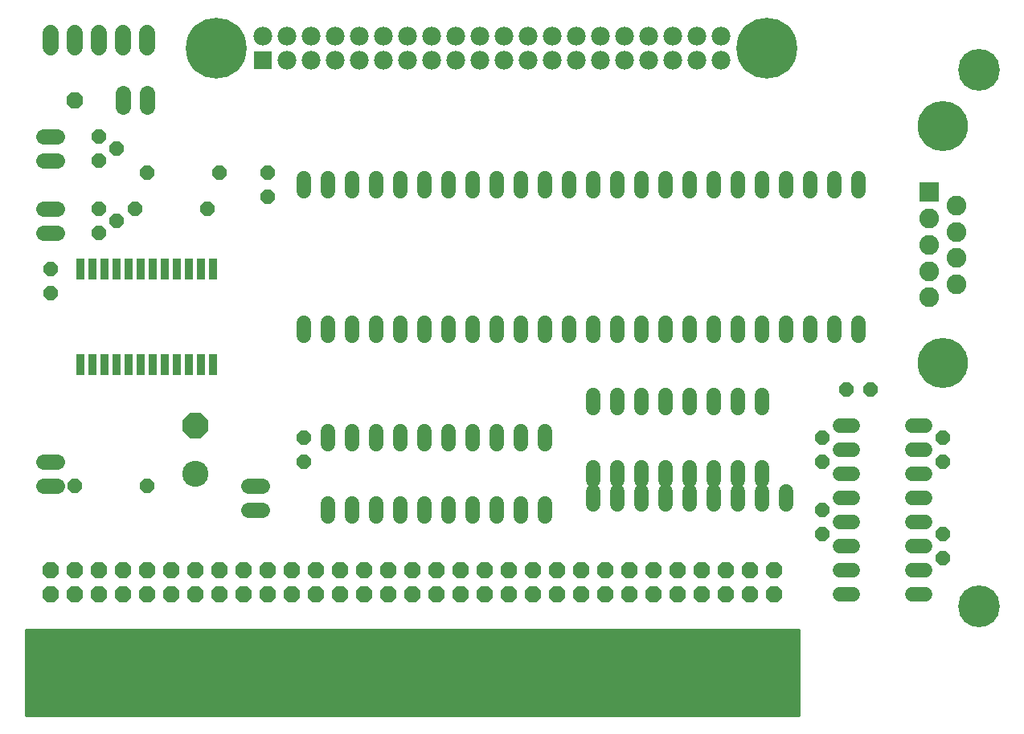
<source format=gts>
G75*
%MOIN*%
%OFA0B0*%
%FSLAX24Y24*%
%IPPOS*%
%LPD*%
%AMOC8*
5,1,8,0,0,1.08239X$1,22.5*
%
%ADD10C,0.0160*%
%ADD11R,0.0680X0.2630*%
%ADD12OC8,0.0680*%
%ADD13R,0.0820X0.0820*%
%ADD14C,0.0820*%
%ADD15C,0.2080*%
%ADD16OC8,0.0600*%
%ADD17C,0.0600*%
%ADD18R,0.0780X0.0780*%
%ADD19C,0.0780*%
%ADD20C,0.2521*%
%ADD21R,0.0340X0.0880*%
%ADD22C,0.0640*%
%ADD23C,0.1080*%
%ADD24OC8,0.1080*%
%ADD25C,0.1730*%
%ADD26C,0.0680*%
D10*
X000680Y000180D02*
X000680Y003680D01*
X032680Y003680D01*
X032680Y000180D01*
X000680Y000180D01*
X000680Y000314D02*
X032680Y000314D01*
X032680Y000473D02*
X000680Y000473D01*
X000680Y000631D02*
X032680Y000631D01*
X032680Y000790D02*
X000680Y000790D01*
X000680Y000948D02*
X032680Y000948D01*
X032680Y001107D02*
X000680Y001107D01*
X000680Y001265D02*
X032680Y001265D01*
X032680Y001424D02*
X000680Y001424D01*
X000680Y001582D02*
X032680Y001582D01*
X032680Y001741D02*
X000680Y001741D01*
X000680Y001899D02*
X032680Y001899D01*
X032680Y002058D02*
X000680Y002058D01*
X000680Y002216D02*
X032680Y002216D01*
X032680Y002375D02*
X000680Y002375D01*
X000680Y002533D02*
X032680Y002533D01*
X032680Y002692D02*
X000680Y002692D01*
X000680Y002850D02*
X032680Y002850D01*
X032680Y003009D02*
X000680Y003009D01*
X000680Y003167D02*
X032680Y003167D01*
X032680Y003326D02*
X000680Y003326D01*
X000680Y003484D02*
X032680Y003484D01*
X032680Y003643D02*
X000680Y003643D01*
D11*
X001680Y002180D03*
X002680Y002180D03*
X003680Y002180D03*
X004680Y002180D03*
X005680Y002180D03*
X006680Y002180D03*
X007680Y002180D03*
X008680Y002180D03*
X009680Y002180D03*
X010680Y002180D03*
X011680Y002180D03*
X012680Y002180D03*
X013680Y002180D03*
X014680Y002180D03*
X015680Y002180D03*
X016680Y002180D03*
X017680Y002180D03*
X018680Y002180D03*
X019680Y002180D03*
X020680Y002180D03*
X021680Y002180D03*
X022680Y002180D03*
X023680Y002180D03*
X024680Y002180D03*
X025680Y002180D03*
X026680Y002180D03*
X027680Y002180D03*
X028680Y002180D03*
X029680Y002180D03*
X030680Y002180D03*
X031680Y002180D03*
D12*
X031680Y005180D03*
X030680Y005180D03*
X030680Y006180D03*
X031680Y006180D03*
X029680Y006180D03*
X028680Y006180D03*
X027680Y006180D03*
X026680Y006180D03*
X025680Y006180D03*
X025680Y005180D03*
X026680Y005180D03*
X027680Y005180D03*
X028680Y005180D03*
X029680Y005180D03*
X024680Y005180D03*
X023680Y005180D03*
X022680Y005180D03*
X021680Y005180D03*
X021680Y006180D03*
X022680Y006180D03*
X023680Y006180D03*
X024680Y006180D03*
X020680Y006180D03*
X019680Y006180D03*
X018680Y006180D03*
X017680Y006180D03*
X016680Y006180D03*
X016680Y005180D03*
X017680Y005180D03*
X018680Y005180D03*
X019680Y005180D03*
X020680Y005180D03*
X015680Y005180D03*
X014680Y005180D03*
X013680Y005180D03*
X012680Y005180D03*
X012680Y006180D03*
X013680Y006180D03*
X014680Y006180D03*
X015680Y006180D03*
X011680Y006180D03*
X010680Y006180D03*
X009680Y006180D03*
X008680Y006180D03*
X007680Y006180D03*
X007680Y005180D03*
X008680Y005180D03*
X009680Y005180D03*
X010680Y005180D03*
X011680Y005180D03*
X006680Y005180D03*
X005680Y005180D03*
X004680Y005180D03*
X003680Y005180D03*
X003680Y006180D03*
X004680Y006180D03*
X005680Y006180D03*
X006680Y006180D03*
X002680Y006180D03*
X001680Y006180D03*
X001680Y005180D03*
X002680Y005180D03*
X002680Y025680D03*
D13*
X038121Y021861D03*
D14*
X039239Y021314D03*
X038121Y020771D03*
X039239Y020223D03*
X039239Y019137D03*
X038121Y019680D03*
X038121Y018589D03*
X039239Y018046D03*
X038121Y017499D03*
D15*
X038680Y014759D03*
X038680Y024601D03*
D16*
X035680Y013680D03*
X034680Y013680D03*
X033680Y011680D03*
X033680Y010680D03*
X033680Y008680D03*
X033680Y007680D03*
X038680Y007680D03*
X038680Y006680D03*
X038680Y010680D03*
X038680Y011680D03*
X012180Y011680D03*
X012180Y010680D03*
X005680Y009680D03*
X002680Y009680D03*
X001680Y017680D03*
X001680Y018680D03*
X003680Y020180D03*
X004430Y020680D03*
X003680Y021180D03*
X005180Y021180D03*
X005680Y022680D03*
X004430Y023680D03*
X003680Y024180D03*
X003680Y023180D03*
X008180Y021180D03*
X008680Y022680D03*
X010680Y022680D03*
X010680Y021680D03*
D17*
X012180Y021920D02*
X012180Y022440D01*
X013180Y022440D02*
X013180Y021920D01*
X014180Y021920D02*
X014180Y022440D01*
X015180Y022440D02*
X015180Y021920D01*
X016180Y021920D02*
X016180Y022440D01*
X017180Y022440D02*
X017180Y021920D01*
X018180Y021920D02*
X018180Y022440D01*
X019180Y022440D02*
X019180Y021920D01*
X020180Y021920D02*
X020180Y022440D01*
X021180Y022440D02*
X021180Y021920D01*
X022180Y021920D02*
X022180Y022440D01*
X023180Y022440D02*
X023180Y021920D01*
X024180Y021920D02*
X024180Y022440D01*
X025180Y022440D02*
X025180Y021920D01*
X026180Y021920D02*
X026180Y022440D01*
X027180Y022440D02*
X027180Y021920D01*
X028180Y021920D02*
X028180Y022440D01*
X029180Y022440D02*
X029180Y021920D01*
X030180Y021920D02*
X030180Y022440D01*
X031180Y022440D02*
X031180Y021920D01*
X032180Y021920D02*
X032180Y022440D01*
X033180Y022440D02*
X033180Y021920D01*
X034180Y021920D02*
X034180Y022440D01*
X035180Y022440D02*
X035180Y021920D01*
X035180Y016440D02*
X035180Y015920D01*
X034180Y015920D02*
X034180Y016440D01*
X033180Y016440D02*
X033180Y015920D01*
X032180Y015920D02*
X032180Y016440D01*
X031180Y016440D02*
X031180Y015920D01*
X030180Y015920D02*
X030180Y016440D01*
X029180Y016440D02*
X029180Y015920D01*
X028180Y015920D02*
X028180Y016440D01*
X027180Y016440D02*
X027180Y015920D01*
X026180Y015920D02*
X026180Y016440D01*
X025180Y016440D02*
X025180Y015920D01*
X024180Y015920D02*
X024180Y016440D01*
X023180Y016440D02*
X023180Y015920D01*
X022180Y015920D02*
X022180Y016440D01*
X021180Y016440D02*
X021180Y015920D01*
X020180Y015920D02*
X020180Y016440D01*
X019180Y016440D02*
X019180Y015920D01*
X018180Y015920D02*
X018180Y016440D01*
X017180Y016440D02*
X017180Y015920D01*
X016180Y015920D02*
X016180Y016440D01*
X015180Y016440D02*
X015180Y015920D01*
X014180Y015920D02*
X014180Y016440D01*
X013180Y016440D02*
X013180Y015920D01*
X012180Y015920D02*
X012180Y016440D01*
X013180Y011940D02*
X013180Y011420D01*
X014180Y011420D02*
X014180Y011940D01*
X015180Y011940D02*
X015180Y011420D01*
X016180Y011420D02*
X016180Y011940D01*
X017180Y011940D02*
X017180Y011420D01*
X018180Y011420D02*
X018180Y011940D01*
X019180Y011940D02*
X019180Y011420D01*
X020180Y011420D02*
X020180Y011940D01*
X021180Y011940D02*
X021180Y011420D01*
X022180Y011420D02*
X022180Y011940D01*
X024180Y012920D02*
X024180Y013440D01*
X025180Y013440D02*
X025180Y012920D01*
X026180Y012920D02*
X026180Y013440D01*
X027180Y013440D02*
X027180Y012920D01*
X028180Y012920D02*
X028180Y013440D01*
X029180Y013440D02*
X029180Y012920D01*
X030180Y012920D02*
X030180Y013440D01*
X031180Y013440D02*
X031180Y012920D01*
X034420Y012180D02*
X034940Y012180D01*
X034940Y011180D02*
X034420Y011180D01*
X034420Y010180D02*
X034940Y010180D01*
X034940Y009180D02*
X034420Y009180D01*
X034420Y008180D02*
X034940Y008180D01*
X034940Y007180D02*
X034420Y007180D01*
X034420Y006180D02*
X034940Y006180D01*
X034940Y005180D02*
X034420Y005180D01*
X037420Y005180D02*
X037940Y005180D01*
X037940Y006180D02*
X037420Y006180D01*
X037420Y007180D02*
X037940Y007180D01*
X037940Y008180D02*
X037420Y008180D01*
X037420Y009180D02*
X037940Y009180D01*
X037940Y010180D02*
X037420Y010180D01*
X037420Y011180D02*
X037940Y011180D01*
X037940Y012180D02*
X037420Y012180D01*
X032180Y009440D02*
X032180Y008920D01*
X031180Y008920D02*
X031180Y009440D01*
X031180Y009920D02*
X031180Y010440D01*
X030180Y010440D02*
X030180Y009920D01*
X030180Y009440D02*
X030180Y008920D01*
X029180Y008920D02*
X029180Y009440D01*
X029180Y009920D02*
X029180Y010440D01*
X028180Y010440D02*
X028180Y009920D01*
X028180Y009440D02*
X028180Y008920D01*
X027180Y008920D02*
X027180Y009440D01*
X027180Y009920D02*
X027180Y010440D01*
X026180Y010440D02*
X026180Y009920D01*
X026180Y009440D02*
X026180Y008920D01*
X025180Y008920D02*
X025180Y009440D01*
X025180Y009920D02*
X025180Y010440D01*
X024180Y010440D02*
X024180Y009920D01*
X024180Y009440D02*
X024180Y008920D01*
X022180Y008940D02*
X022180Y008420D01*
X021180Y008420D02*
X021180Y008940D01*
X020180Y008940D02*
X020180Y008420D01*
X019180Y008420D02*
X019180Y008940D01*
X018180Y008940D02*
X018180Y008420D01*
X017180Y008420D02*
X017180Y008940D01*
X016180Y008940D02*
X016180Y008420D01*
X015180Y008420D02*
X015180Y008940D01*
X014180Y008940D02*
X014180Y008420D01*
X013180Y008420D02*
X013180Y008940D01*
D18*
X010475Y027349D03*
D19*
X011475Y027349D03*
X012475Y027349D03*
X013475Y027349D03*
X014475Y027349D03*
X015475Y027349D03*
X016475Y027349D03*
X017475Y027349D03*
X018475Y027349D03*
X019475Y027349D03*
X020475Y027349D03*
X021475Y027349D03*
X022475Y027349D03*
X023475Y027349D03*
X024475Y027349D03*
X025475Y027349D03*
X026475Y027349D03*
X027475Y027349D03*
X028475Y027349D03*
X029475Y027349D03*
X029475Y028349D03*
X028475Y028349D03*
X027475Y028349D03*
X026475Y028349D03*
X025475Y028349D03*
X024475Y028349D03*
X023475Y028349D03*
X022475Y028349D03*
X021475Y028349D03*
X020475Y028349D03*
X019475Y028349D03*
X018475Y028349D03*
X017475Y028349D03*
X016475Y028349D03*
X015475Y028349D03*
X014475Y028349D03*
X013475Y028349D03*
X012475Y028349D03*
X011475Y028349D03*
X010475Y028349D03*
D20*
X008558Y027849D03*
X031393Y027849D03*
D21*
X008430Y018660D03*
X007930Y018660D03*
X007430Y018660D03*
X006930Y018660D03*
X006430Y018660D03*
X005930Y018660D03*
X005430Y018660D03*
X004930Y018660D03*
X004430Y018660D03*
X003930Y018660D03*
X003430Y018660D03*
X002930Y018660D03*
X002930Y014700D03*
X003430Y014700D03*
X003930Y014700D03*
X004430Y014700D03*
X004930Y014700D03*
X005430Y014700D03*
X005930Y014700D03*
X006430Y014700D03*
X006930Y014700D03*
X007430Y014700D03*
X007930Y014700D03*
X008430Y014700D03*
D22*
X001960Y010680D02*
X001400Y010680D01*
X001400Y009680D02*
X001960Y009680D01*
X009900Y009680D02*
X010460Y009680D01*
X010460Y008680D02*
X009900Y008680D01*
X001960Y020180D02*
X001400Y020180D01*
X001400Y021180D02*
X001960Y021180D01*
X001960Y023180D02*
X001400Y023180D01*
X001400Y024180D02*
X001960Y024180D01*
X004680Y025400D02*
X004680Y025960D01*
X005680Y025960D02*
X005680Y025400D01*
D23*
X007680Y010180D03*
D24*
X007680Y012180D03*
D25*
X040180Y004680D03*
X040180Y026930D03*
D26*
X005680Y027880D02*
X005680Y028480D01*
X004680Y028480D02*
X004680Y027880D01*
X003680Y027880D02*
X003680Y028480D01*
X002680Y028480D02*
X002680Y027880D01*
X001680Y027880D02*
X001680Y028480D01*
M02*

</source>
